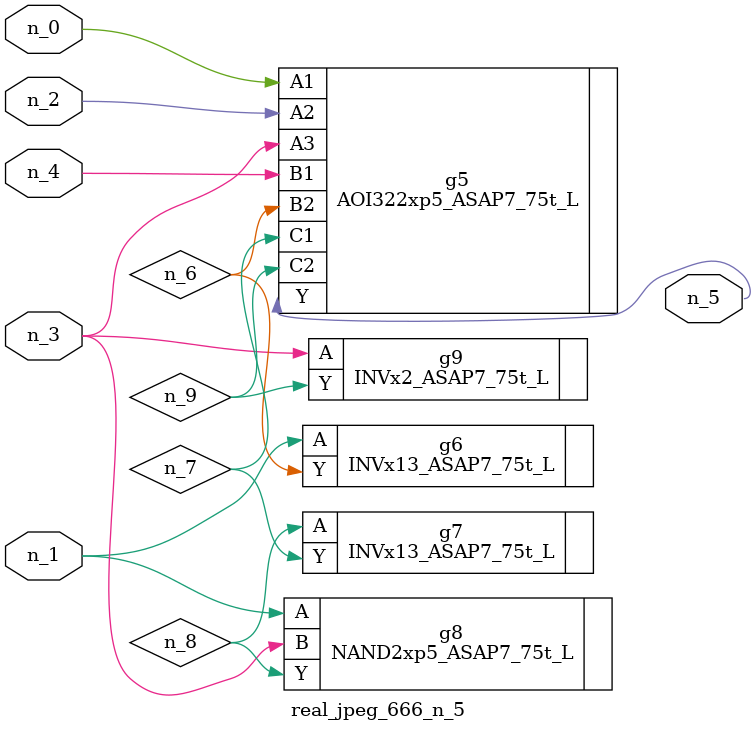
<source format=v>
module real_jpeg_666_n_5 (n_4, n_0, n_1, n_2, n_3, n_5);

input n_4;
input n_0;
input n_1;
input n_2;
input n_3;

output n_5;

wire n_8;
wire n_6;
wire n_7;
wire n_9;

AOI322xp5_ASAP7_75t_L g5 ( 
.A1(n_0),
.A2(n_2),
.A3(n_3),
.B1(n_4),
.B2(n_6),
.C1(n_7),
.C2(n_9),
.Y(n_5)
);

INVx13_ASAP7_75t_L g6 ( 
.A(n_1),
.Y(n_6)
);

NAND2xp5_ASAP7_75t_L g8 ( 
.A(n_1),
.B(n_3),
.Y(n_8)
);

INVx2_ASAP7_75t_L g9 ( 
.A(n_3),
.Y(n_9)
);

INVx13_ASAP7_75t_L g7 ( 
.A(n_8),
.Y(n_7)
);


endmodule
</source>
